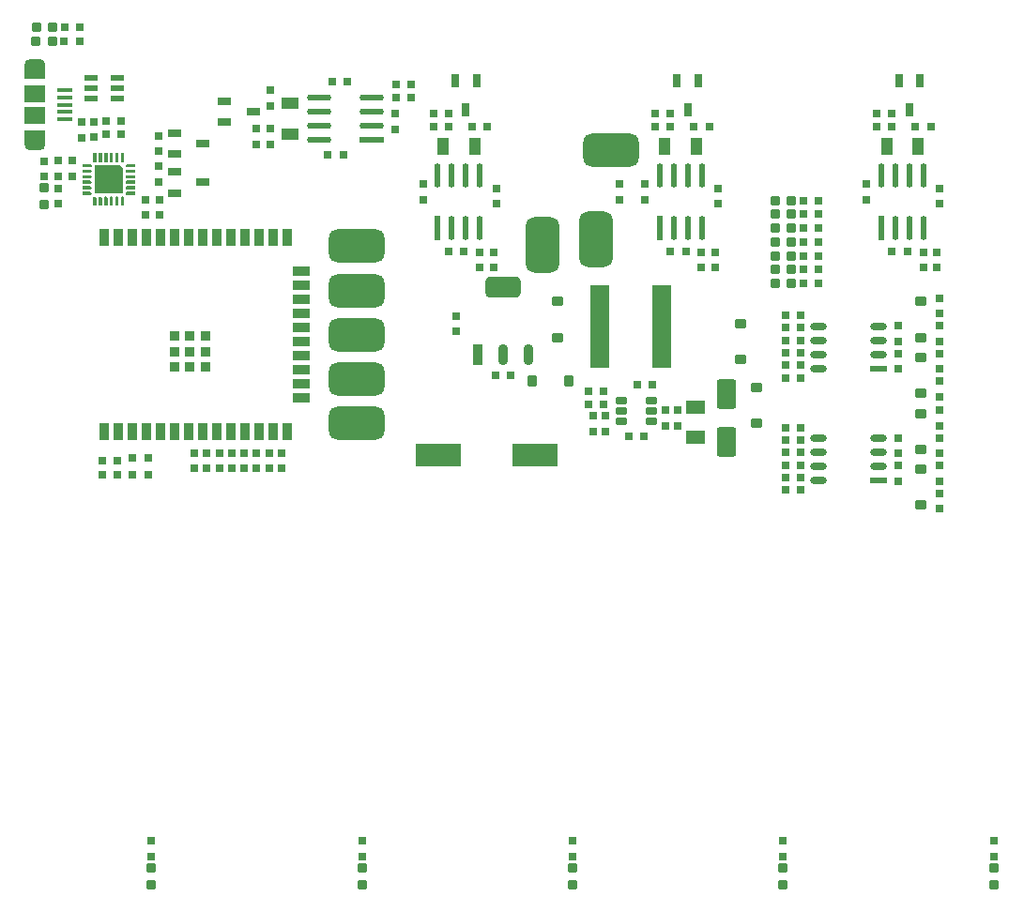
<source format=gbr>
%TF.GenerationSoftware,Altium Limited,Altium Designer,25.8.1 (18)*%
G04 Layer_Color=8421504*
%FSLAX45Y45*%
%MOMM*%
%TF.SameCoordinates,5F8AD7AF-A6C7-491F-921A-1EE88451CE46*%
%TF.FilePolarity,Positive*%
%TF.FileFunction,Paste,Top*%
%TF.Part,Single*%
G01*
G75*
%TA.AperFunction,Conductor*%
%ADD10C,0.50000*%
%TA.AperFunction,SMDPad,CuDef*%
%ADD11R,1.80000X7.50000*%
G04:AMPARAMS|DCode=12|XSize=0.8mm|YSize=0.8mm|CornerRadius=0.1mm|HoleSize=0mm|Usage=FLASHONLY|Rotation=270.000|XOffset=0mm|YOffset=0mm|HoleType=Round|Shape=RoundedRectangle|*
%AMROUNDEDRECTD12*
21,1,0.80000,0.60000,0,0,270.0*
21,1,0.60000,0.80000,0,0,270.0*
1,1,0.20000,-0.30000,-0.30000*
1,1,0.20000,-0.30000,0.30000*
1,1,0.20000,0.30000,0.30000*
1,1,0.20000,0.30000,-0.30000*
%
%ADD12ROUNDEDRECTD12*%
G04:AMPARAMS|DCode=13|XSize=0.76mm|YSize=0.6604mm|CornerRadius=0.08255mm|HoleSize=0mm|Usage=FLASHONLY|Rotation=0.000|XOffset=0mm|YOffset=0mm|HoleType=Round|Shape=RoundedRectangle|*
%AMROUNDEDRECTD13*
21,1,0.76000,0.49530,0,0,0.0*
21,1,0.59490,0.66040,0,0,0.0*
1,1,0.16510,0.29745,-0.24765*
1,1,0.16510,-0.29745,-0.24765*
1,1,0.16510,-0.29745,0.24765*
1,1,0.16510,0.29745,0.24765*
%
%ADD13ROUNDEDRECTD13*%
%ADD14R,0.90000X1.50000*%
%TA.AperFunction,BGAPad,CuDef*%
%ADD15R,0.90000X0.90000*%
%TA.AperFunction,SMDPad,CuDef*%
%ADD16R,1.50000X0.90000*%
G04:AMPARAMS|DCode=17|XSize=0.76mm|YSize=0.6604mm|CornerRadius=0.08255mm|HoleSize=0mm|Usage=FLASHONLY|Rotation=90.000|XOffset=0mm|YOffset=0mm|HoleType=Round|Shape=RoundedRectangle|*
%AMROUNDEDRECTD17*
21,1,0.76000,0.49530,0,0,90.0*
21,1,0.59490,0.66040,0,0,90.0*
1,1,0.16510,0.24765,0.29745*
1,1,0.16510,0.24765,-0.29745*
1,1,0.16510,-0.24765,-0.29745*
1,1,0.16510,-0.24765,0.29745*
%
%ADD17ROUNDEDRECTD17*%
%ADD18R,1.20000X0.70000*%
%TA.AperFunction,BGAPad,CuDef*%
%ADD19C,0.27000*%
%TA.AperFunction,SMDPad,CuDef*%
G04:AMPARAMS|DCode=20|XSize=3mm|YSize=5mm|CornerRadius=0.75mm|HoleSize=0mm|Usage=FLASHONLY|Rotation=180.000|XOffset=0mm|YOffset=0mm|HoleType=Round|Shape=RoundedRectangle|*
%AMROUNDEDRECTD20*
21,1,3.00000,3.50000,0,0,180.0*
21,1,1.50000,5.00000,0,0,180.0*
1,1,1.50000,-0.75000,1.75000*
1,1,1.50000,0.75000,1.75000*
1,1,1.50000,0.75000,-1.75000*
1,1,1.50000,-0.75000,-1.75000*
%
%ADD20ROUNDEDRECTD20*%
G04:AMPARAMS|DCode=21|XSize=3mm|YSize=5mm|CornerRadius=0.75mm|HoleSize=0mm|Usage=FLASHONLY|Rotation=90.000|XOffset=0mm|YOffset=0mm|HoleType=Round|Shape=RoundedRectangle|*
%AMROUNDEDRECTD21*
21,1,3.00000,3.50000,0,0,90.0*
21,1,1.50000,5.00000,0,0,90.0*
1,1,1.50000,1.75000,0.75000*
1,1,1.50000,1.75000,-0.75000*
1,1,1.50000,-1.75000,-0.75000*
1,1,1.50000,-1.75000,0.75000*
%
%ADD21ROUNDEDRECTD21*%
G04:AMPARAMS|DCode=22|XSize=0.8mm|YSize=0.8mm|CornerRadius=0.1mm|HoleSize=0mm|Usage=FLASHONLY|Rotation=180.000|XOffset=0mm|YOffset=0mm|HoleType=Round|Shape=RoundedRectangle|*
%AMROUNDEDRECTD22*
21,1,0.80000,0.60000,0,0,180.0*
21,1,0.60000,0.80000,0,0,180.0*
1,1,0.20000,-0.30000,0.30000*
1,1,0.20000,0.30000,0.30000*
1,1,0.20000,0.30000,-0.30000*
1,1,0.20000,-0.30000,-0.30000*
%
%ADD22ROUNDEDRECTD22*%
%ADD23R,4.10000X2.00000*%
G04:AMPARAMS|DCode=24|XSize=0.8mm|YSize=1mm|CornerRadius=0.1mm|HoleSize=0mm|Usage=FLASHONLY|Rotation=90.000|XOffset=0mm|YOffset=0mm|HoleType=Round|Shape=RoundedRectangle|*
%AMROUNDEDRECTD24*
21,1,0.80000,0.80000,0,0,90.0*
21,1,0.60000,1.00000,0,0,90.0*
1,1,0.20000,0.40000,0.30000*
1,1,0.20000,0.40000,-0.30000*
1,1,0.20000,-0.40000,-0.30000*
1,1,0.20000,-0.40000,0.30000*
%
%ADD24ROUNDEDRECTD24*%
G04:AMPARAMS|DCode=25|XSize=2.16916mm|YSize=0.58213mm|CornerRadius=0.29107mm|HoleSize=0mm|Usage=FLASHONLY|Rotation=90.000|XOffset=0mm|YOffset=0mm|HoleType=Round|Shape=RoundedRectangle|*
%AMROUNDEDRECTD25*
21,1,2.16916,0.00000,0,0,90.0*
21,1,1.58703,0.58213,0,0,90.0*
1,1,0.58213,0.00000,0.79351*
1,1,0.58213,0.00000,-0.79351*
1,1,0.58213,0.00000,-0.79351*
1,1,0.58213,0.00000,0.79351*
%
%ADD25ROUNDEDRECTD25*%
G04:AMPARAMS|DCode=26|XSize=2.16916mm|YSize=0.58213mm|CornerRadius=0.29107mm|HoleSize=0mm|Usage=FLASHONLY|Rotation=180.000|XOffset=0mm|YOffset=0mm|HoleType=Round|Shape=RoundedRectangle|*
%AMROUNDEDRECTD26*
21,1,2.16916,0.00000,0,0,180.0*
21,1,1.58703,0.58213,0,0,180.0*
1,1,0.58213,-0.79351,0.00000*
1,1,0.58213,0.79351,0.00000*
1,1,0.58213,0.79351,0.00000*
1,1,0.58213,-0.79351,0.00000*
%
%ADD26ROUNDEDRECTD26*%
G04:AMPARAMS|DCode=27|XSize=0.8mm|YSize=1mm|CornerRadius=0.1mm|HoleSize=0mm|Usage=FLASHONLY|Rotation=180.000|XOffset=0mm|YOffset=0mm|HoleType=Round|Shape=RoundedRectangle|*
%AMROUNDEDRECTD27*
21,1,0.80000,0.80000,0,0,180.0*
21,1,0.60000,1.00000,0,0,180.0*
1,1,0.20000,-0.30000,0.40000*
1,1,0.20000,0.30000,0.40000*
1,1,0.20000,0.30000,-0.40000*
1,1,0.20000,-0.30000,-0.40000*
%
%ADD27ROUNDEDRECTD27*%
G04:AMPARAMS|DCode=28|XSize=1.51466mm|YSize=0.59981mm|CornerRadius=0.2999mm|HoleSize=0mm|Usage=FLASHONLY|Rotation=180.000|XOffset=0mm|YOffset=0mm|HoleType=Round|Shape=RoundedRectangle|*
%AMROUNDEDRECTD28*
21,1,1.51466,0.00000,0,0,180.0*
21,1,0.91485,0.59981,0,0,180.0*
1,1,0.59981,-0.45743,0.00000*
1,1,0.59981,0.45743,0.00000*
1,1,0.59981,0.45743,0.00000*
1,1,0.59981,-0.45743,0.00000*
%
%ADD28ROUNDEDRECTD28*%
G04:AMPARAMS|DCode=29|XSize=1.90415mm|YSize=3.21981mm|CornerRadius=0.457mm|HoleSize=0mm|Usage=FLASHONLY|Rotation=90.000|XOffset=0mm|YOffset=0mm|HoleType=Round|Shape=RoundedRectangle|*
%AMROUNDEDRECTD29*
21,1,1.90415,2.30581,0,0,90.0*
21,1,0.99016,3.21981,0,0,90.0*
1,1,0.91399,1.15291,0.49508*
1,1,0.91399,1.15291,-0.49508*
1,1,0.91399,-1.15291,-0.49508*
1,1,0.91399,-1.15291,0.49508*
%
%ADD29ROUNDEDRECTD29*%
G04:AMPARAMS|DCode=30|XSize=1.90415mm|YSize=0.91981mm|CornerRadius=0.4599mm|HoleSize=0mm|Usage=FLASHONLY|Rotation=90.000|XOffset=0mm|YOffset=0mm|HoleType=Round|Shape=RoundedRectangle|*
%AMROUNDEDRECTD30*
21,1,1.90415,0.00000,0,0,90.0*
21,1,0.98435,0.91981,0,0,90.0*
1,1,0.91981,0.00000,0.49217*
1,1,0.91981,0.00000,-0.49217*
1,1,0.91981,0.00000,-0.49217*
1,1,0.91981,0.00000,0.49217*
%
%ADD30ROUNDEDRECTD30*%
%ADD31R,0.58213X2.16916*%
%ADD32R,1.10000X1.65000*%
%ADD33R,0.70000X1.20000*%
%ADD34R,0.91981X1.90415*%
%ADD35R,1.20000X0.60000*%
%TA.AperFunction,ConnectorPad*%
%ADD36R,1.35000X0.40000*%
%TA.AperFunction,SMDPad,CuDef*%
%ADD37R,1.75822X1.30550*%
G04:AMPARAMS|DCode=38|XSize=0.6mm|YSize=1mm|CornerRadius=0.051mm|HoleSize=0mm|Usage=FLASHONLY|Rotation=90.000|XOffset=0mm|YOffset=0mm|HoleType=Round|Shape=RoundedRectangle|*
%AMROUNDEDRECTD38*
21,1,0.60000,0.89800,0,0,90.0*
21,1,0.49800,1.00000,0,0,90.0*
1,1,0.10200,0.44900,0.24900*
1,1,0.10200,0.44900,-0.24900*
1,1,0.10200,-0.44900,-0.24900*
1,1,0.10200,-0.44900,0.24900*
%
%ADD38ROUNDEDRECTD38*%
G04:AMPARAMS|DCode=39|XSize=2.65mm|YSize=1.75mm|CornerRadius=0.21875mm|HoleSize=0mm|Usage=FLASHONLY|Rotation=270.000|XOffset=0mm|YOffset=0mm|HoleType=Round|Shape=RoundedRectangle|*
%AMROUNDEDRECTD39*
21,1,2.65000,1.31250,0,0,270.0*
21,1,2.21250,1.75000,0,0,270.0*
1,1,0.43750,-0.65625,-1.10625*
1,1,0.43750,-0.65625,1.10625*
1,1,0.43750,0.65625,1.10625*
1,1,0.43750,0.65625,-1.10625*
%
%ADD39ROUNDEDRECTD39*%
%TA.AperFunction,ConnectorPad*%
%ADD40R,1.90000X1.50000*%
%TA.AperFunction,SMDPad,CuDef*%
%ADD41C,2.29500*%
%ADD42R,1.65000X1.10000*%
%ADD43R,2.16916X0.58213*%
%ADD44R,1.51466X0.59981*%
G36*
X194999Y7823992D02*
X104997D01*
Y7873989D01*
X194999Y7873992D01*
Y7823992D01*
D02*
G37*
G36*
X245000Y7693991D02*
X54999D01*
Y7823991D01*
X245000D01*
Y7693991D01*
D02*
G37*
G36*
Y7103991D02*
X54999D01*
Y7233991D01*
X245000D01*
Y7103991D01*
D02*
G37*
G36*
X195002Y7053994D02*
X105000Y7053991D01*
Y7103991D01*
X195002D01*
Y7053994D01*
D02*
G37*
G36*
X954999Y6956492D02*
Y6953508D01*
X952716Y6947995D01*
X948496Y6943775D01*
X942983Y6941492D01*
X937016D01*
X931503Y6943775D01*
X927283Y6947995D01*
X924999Y6953508D01*
Y6956492D01*
Y7026491D01*
X954999D01*
Y6956492D01*
D02*
G37*
G36*
X904999D02*
Y6953508D01*
X902716Y6947995D01*
X898496Y6943775D01*
X892983Y6941492D01*
X887016D01*
X881503Y6943775D01*
X877283Y6947995D01*
X875000Y6953508D01*
Y6956492D01*
X874999D01*
Y7026491D01*
X904999D01*
Y6956492D01*
D02*
G37*
G36*
X854999D02*
Y6953508D01*
X852716Y6947995D01*
X848496Y6943775D01*
X842983Y6941492D01*
X837016D01*
X831503Y6943775D01*
X827283Y6947995D01*
X824999Y6953508D01*
Y6956492D01*
Y7026491D01*
X854999D01*
Y6956492D01*
D02*
G37*
G36*
X804999D02*
Y6953508D01*
X802716Y6947995D01*
X798496Y6943775D01*
X792983Y6941492D01*
X787016D01*
X781503Y6943775D01*
X777283Y6947995D01*
X774999Y6953508D01*
Y6956492D01*
Y7026491D01*
X804999D01*
Y6956492D01*
D02*
G37*
G36*
X754999D02*
Y6953508D01*
X752716Y6947995D01*
X748496Y6943775D01*
X742983Y6941492D01*
X737016D01*
X731502Y6943775D01*
X727283Y6947995D01*
X724999Y6953508D01*
Y6956492D01*
Y7026491D01*
X755000D01*
X754999Y6956492D01*
D02*
G37*
G36*
X704999D02*
Y6953508D01*
X702716Y6947995D01*
X698496Y6943775D01*
X692983Y6941492D01*
X687016D01*
X681503Y6943775D01*
X677283Y6947995D01*
X674999Y6953508D01*
Y6956492D01*
Y7026491D01*
X704999D01*
Y6956492D01*
D02*
G37*
G36*
X1052499Y6898992D02*
X979516D01*
X974003Y6901275D01*
X969783Y6905495D01*
X967499Y6911008D01*
Y6913992D01*
Y6916975D01*
X969783Y6922488D01*
X974003Y6926708D01*
X979516Y6928991D01*
X1052499D01*
Y6898992D01*
D02*
G37*
G36*
X655996Y6926708D02*
X660216Y6922488D01*
X662499Y6916975D01*
Y6913992D01*
Y6911008D01*
X660216Y6905495D01*
X655996Y6901275D01*
X650483Y6898992D01*
X577499D01*
Y6928991D01*
X650483D01*
X655996Y6926708D01*
D02*
G37*
G36*
X1052499Y6848991D02*
X982499Y6848992D01*
X979516D01*
X974003Y6851275D01*
X969783Y6855495D01*
X967499Y6861008D01*
Y6863992D01*
Y6866975D01*
X969783Y6872488D01*
X974003Y6876708D01*
X979516Y6878992D01*
X1052499D01*
Y6848991D01*
D02*
G37*
G36*
X655996Y6876708D02*
X660216Y6872488D01*
X662499Y6866975D01*
Y6863992D01*
Y6861008D01*
X660216Y6855495D01*
X655996Y6851275D01*
X650483Y6848992D01*
X647499D01*
Y6848991D01*
X577499D01*
Y6878992D01*
X650483D01*
X655996Y6876708D01*
D02*
G37*
G36*
X1052499Y6798991D02*
X979516D01*
X974003Y6801275D01*
X969783Y6805495D01*
X967499Y6811008D01*
Y6813991D01*
Y6816975D01*
X969783Y6822488D01*
X974003Y6826708D01*
X979516Y6828991D01*
X1052499D01*
Y6798991D01*
D02*
G37*
G36*
X655996Y6826708D02*
X660216Y6822488D01*
X662499Y6816975D01*
Y6813991D01*
Y6811008D01*
X660216Y6805495D01*
X655996Y6801275D01*
X650483Y6798991D01*
X577499D01*
Y6828991D01*
X650483D01*
X655996Y6826708D01*
D02*
G37*
G36*
X1052499Y6748992D02*
X979516D01*
X974003Y6751275D01*
X969783Y6755495D01*
X967499Y6761008D01*
Y6763992D01*
Y6766975D01*
X969783Y6772488D01*
X974003Y6776708D01*
X979516Y6778992D01*
X1052499D01*
Y6748992D01*
D02*
G37*
G36*
X655996Y6776708D02*
X660216Y6772488D01*
X662499Y6766975D01*
Y6763992D01*
Y6761008D01*
X660216Y6755495D01*
X655996Y6751275D01*
X650483Y6748992D01*
X577499D01*
Y6778992D01*
X650483D01*
X655996Y6776708D01*
D02*
G37*
G36*
X1052499Y6698991D02*
X979516D01*
X974003Y6701275D01*
X969783Y6705495D01*
X967499Y6711008D01*
Y6713991D01*
Y6716975D01*
X969783Y6722488D01*
X974003Y6726708D01*
X979516Y6728991D01*
X982499D01*
Y6728992D01*
X1052499D01*
Y6698991D01*
D02*
G37*
G36*
X647499Y6728991D02*
X650483D01*
X655996Y6726708D01*
X660216Y6722488D01*
X662499Y6716975D01*
Y6713991D01*
Y6711008D01*
X660216Y6705495D01*
X655996Y6701275D01*
X650483Y6698991D01*
X577499D01*
Y6728992D01*
X647499Y6728991D01*
D02*
G37*
G36*
X942500Y6891491D02*
Y6661491D01*
X687499D01*
Y6916492D01*
X917499D01*
X942500Y6891491D01*
D02*
G37*
G36*
X1052499Y6648992D02*
X979516D01*
X974003Y6651275D01*
X969783Y6655495D01*
X967499Y6661008D01*
Y6663991D01*
Y6666975D01*
X969783Y6672488D01*
X974003Y6676708D01*
X979516Y6678991D01*
X1052499D01*
Y6648992D01*
D02*
G37*
G36*
X655996Y6676708D02*
X660216Y6672488D01*
X662499Y6666975D01*
Y6663991D01*
Y6661008D01*
X660216Y6655495D01*
X655996Y6651275D01*
X650483Y6648992D01*
X577499D01*
Y6678991D01*
X650483D01*
X655996Y6676708D01*
D02*
G37*
G36*
X948496Y6634208D02*
X952716Y6629988D01*
X954999Y6624475D01*
Y6621491D01*
Y6551492D01*
X924999D01*
Y6621491D01*
Y6624475D01*
X927283Y6629988D01*
X931503Y6634208D01*
X937016Y6636491D01*
X942983D01*
X948496Y6634208D01*
D02*
G37*
G36*
X898496D02*
X902716Y6629988D01*
X904999Y6624475D01*
Y6621491D01*
Y6551492D01*
X874999D01*
X875000Y6621491D01*
Y6624475D01*
X877283Y6629988D01*
X881503Y6634208D01*
X887016Y6636491D01*
X892983D01*
X898496Y6634208D01*
D02*
G37*
G36*
X848496D02*
X852716Y6629988D01*
X854999Y6624475D01*
Y6621491D01*
Y6551492D01*
X824999D01*
Y6621491D01*
Y6624475D01*
X827283Y6629988D01*
X831503Y6634208D01*
X837016Y6636491D01*
X842983D01*
X848496Y6634208D01*
D02*
G37*
G36*
X798496D02*
X802716Y6629988D01*
X804999Y6624475D01*
Y6621491D01*
Y6551492D01*
X774999D01*
Y6621491D01*
Y6624475D01*
X777283Y6629988D01*
X781503Y6634208D01*
X787016Y6636491D01*
X792983D01*
X798496Y6634208D01*
D02*
G37*
G36*
X748496D02*
X752716Y6629988D01*
X754999Y6624475D01*
Y6621491D01*
X755000D01*
Y6551492D01*
X724999D01*
Y6621491D01*
Y6624475D01*
X727283Y6629988D01*
X731502Y6634208D01*
X737016Y6636491D01*
X742983D01*
X748496Y6634208D01*
D02*
G37*
G36*
X698496D02*
X702716Y6629988D01*
X704999Y6624475D01*
Y6621491D01*
Y6551492D01*
X674999D01*
Y6621491D01*
Y6624475D01*
X677283Y6629988D01*
X681503Y6634208D01*
X687016Y6636491D01*
X692983D01*
X698496Y6634208D01*
D02*
G37*
D10*
X219999Y7823991D02*
G03*
X219999Y7823991I-25000J0D01*
G01*
X129999D02*
G03*
X129999Y7823991I-25000J0D01*
G01*
X129999Y7103991D02*
G03*
X129999Y7103991I-25000J0D01*
G01*
X220000D02*
G03*
X220000Y7103991I-25000J0D01*
G01*
D11*
X5805000Y5462500D02*
D03*
X5245000D02*
D03*
D12*
X8799850Y575000D02*
D03*
Y425000D02*
D03*
X6899900Y575000D02*
D03*
Y425000D02*
D03*
X1200000D02*
D03*
Y575000D02*
D03*
X3100100Y425000D02*
D03*
X235000Y6563992D02*
D03*
X5000000Y425000D02*
D03*
X235000Y6713992D02*
D03*
X5000000Y575000D02*
D03*
X3100100D02*
D03*
D13*
X1925000Y4180000D02*
D03*
X3100100Y820000D02*
D03*
X7937500Y4207500D02*
D03*
Y4067500D02*
D03*
Y4317500D02*
D03*
Y4457500D02*
D03*
Y5330000D02*
D03*
Y5470000D02*
D03*
Y5080000D02*
D03*
Y5220000D02*
D03*
X1700000Y4180000D02*
D03*
Y4320000D02*
D03*
X1925000Y4320000D02*
D03*
X1587499Y4320000D02*
D03*
Y4180000D02*
D03*
X1812500Y4180000D02*
D03*
Y4320000D02*
D03*
X2150000Y4180000D02*
D03*
Y4320000D02*
D03*
X2037499D02*
D03*
Y4180000D02*
D03*
X2262500Y4320000D02*
D03*
Y4180000D02*
D03*
X2375000Y4320000D02*
D03*
Y4180000D02*
D03*
X5000000Y820000D02*
D03*
X8799850D02*
D03*
X6899900D02*
D03*
X1200000Y680000D02*
D03*
Y820000D02*
D03*
X1262499Y6907500D02*
D03*
X1262499Y7182500D02*
D03*
X5187500Y4657500D02*
D03*
X4312460Y6567545D02*
D03*
X3399950Y7242525D02*
D03*
X8312500Y6567500D02*
D03*
X6312500Y6567500D02*
D03*
X5650000Y6745000D02*
D03*
X3649959D02*
D03*
X7650000D02*
D03*
X5425000D02*
D03*
X3950000Y5557500D02*
D03*
X5000000Y680000D02*
D03*
X5425000Y6605000D02*
D03*
X3950000Y5417500D02*
D03*
X685000Y7168992D02*
D03*
X570001Y7166492D02*
D03*
X359999Y6958992D02*
D03*
X235000Y6953992D02*
D03*
X7650000Y6605000D02*
D03*
X8287500Y6132501D02*
D03*
X6287500Y6132500D02*
D03*
X5950000Y4567500D02*
D03*
X5650000Y6605000D02*
D03*
X4287460Y6132545D02*
D03*
X5300000Y4657500D02*
D03*
X2274951Y7455025D02*
D03*
X2149951Y7245025D02*
D03*
X3649959Y6605000D02*
D03*
X2274951Y7245025D02*
D03*
X685000Y7308992D02*
D03*
X570001Y7306492D02*
D03*
X359999Y6568992D02*
D03*
X5950000Y4707500D02*
D03*
X5837500D02*
D03*
X2274951Y7105025D02*
D03*
Y7595025D02*
D03*
X6162499Y6132500D02*
D03*
Y5992500D02*
D03*
X6287500D02*
D03*
X6312500Y6707500D02*
D03*
X8162500Y5992500D02*
D03*
Y6132501D02*
D03*
X8287500Y5992500D02*
D03*
X8312500Y6707501D02*
D03*
X359999Y6708992D02*
D03*
Y6818992D02*
D03*
X485000Y6958992D02*
D03*
Y6818992D02*
D03*
X1149999Y6607500D02*
D03*
Y6467499D02*
D03*
X1274999Y6607500D02*
D03*
Y6467499D02*
D03*
X1262499Y6767500D02*
D03*
X1262499Y7042500D02*
D03*
X2149951Y7105025D02*
D03*
X3399950Y7382525D02*
D03*
X4162459Y6132545D02*
D03*
Y5992545D02*
D03*
X4287460D02*
D03*
X4312460Y6707545D02*
D03*
X5187500Y4517500D02*
D03*
X5300000D02*
D03*
X5837500Y4567500D02*
D03*
X235000Y6813992D02*
D03*
X3100100Y680000D02*
D03*
X8799850D02*
D03*
X8312500Y3817500D02*
D03*
Y3957500D02*
D03*
Y4067500D02*
D03*
Y4207500D02*
D03*
Y4457500D02*
D03*
Y4317500D02*
D03*
Y4707500D02*
D03*
Y4567500D02*
D03*
Y4970000D02*
D03*
Y4830000D02*
D03*
Y5220000D02*
D03*
Y5080000D02*
D03*
Y5470000D02*
D03*
Y5330000D02*
D03*
Y5720000D02*
D03*
Y5580000D02*
D03*
X6899900Y680000D02*
D03*
D14*
X1916999Y4512499D02*
D03*
X1789999D02*
D03*
X2170999D02*
D03*
X2043999D02*
D03*
X773999D02*
D03*
Y6262500D02*
D03*
X2170999D02*
D03*
X1662999D02*
D03*
X1789999D02*
D03*
X1154999Y4512499D02*
D03*
X1281999D02*
D03*
X1408999D02*
D03*
X1535999D02*
D03*
X2297999D02*
D03*
X2424999D02*
D03*
Y6262500D02*
D03*
X2297999D02*
D03*
X2043999D02*
D03*
X1916999D02*
D03*
X1535999D02*
D03*
X1281999D02*
D03*
X1154999D02*
D03*
X900999Y4512499D02*
D03*
X1408999Y6262500D02*
D03*
X1662999Y4512499D02*
D03*
X900999Y6262500D02*
D03*
X1027999D02*
D03*
Y4512499D02*
D03*
D15*
X1405999Y5097500D02*
D03*
X1545999Y5237500D02*
D03*
Y5097500D02*
D03*
X1405999Y5237500D02*
D03*
Y5377500D02*
D03*
X1545999D02*
D03*
X1685999Y5097500D02*
D03*
Y5377500D02*
D03*
Y5237500D02*
D03*
D16*
X2549999Y4816500D02*
D03*
Y4943500D02*
D03*
Y5070500D02*
D03*
Y5197500D02*
D03*
Y5324500D02*
D03*
Y5451500D02*
D03*
Y5578500D02*
D03*
Y5705500D02*
D03*
Y5832500D02*
D03*
Y5959500D02*
D03*
D17*
X5880000Y6137500D02*
D03*
X6020000D02*
D03*
X1030000Y4275000D02*
D03*
X1170000Y4125000D02*
D03*
X7220000Y6475000D02*
D03*
X7080000D02*
D03*
X7220000Y6350000D02*
D03*
X7080000D02*
D03*
X7220000Y6600000D02*
D03*
X7080000D02*
D03*
X7220000Y6225000D02*
D03*
X7080000D02*
D03*
X6917499Y4325000D02*
D03*
Y4437500D02*
D03*
Y4550000D02*
D03*
Y5000000D02*
D03*
Y5112500D02*
D03*
Y5225000D02*
D03*
Y5337500D02*
D03*
Y5450000D02*
D03*
Y5562500D02*
D03*
Y4212500D02*
D03*
Y3987500D02*
D03*
Y4100000D02*
D03*
X7880000Y6137501D02*
D03*
X8020000D02*
D03*
X7080000Y5850000D02*
D03*
X7220000D02*
D03*
X7080000Y6100000D02*
D03*
X7220000D02*
D03*
Y5975000D02*
D03*
X7080000D02*
D03*
X5142500Y4875000D02*
D03*
Y4762500D02*
D03*
X3879959Y6137545D02*
D03*
X2969951Y7675025D02*
D03*
X2792450Y7012525D02*
D03*
X1029999Y4125000D02*
D03*
X895000Y4250000D02*
D03*
Y4125000D02*
D03*
X5742500Y7387500D02*
D03*
Y7262500D02*
D03*
X3544951Y7650025D02*
D03*
Y7525025D02*
D03*
X4445000Y5025000D02*
D03*
X4305000D02*
D03*
X8092500Y7262500D02*
D03*
X7882500D02*
D03*
Y7387500D02*
D03*
X7057500Y5112500D02*
D03*
Y5450000D02*
D03*
Y4550000D02*
D03*
Y5000000D02*
D03*
Y4437500D02*
D03*
Y5562500D02*
D03*
X6092500Y7262500D02*
D03*
X5882500Y7387500D02*
D03*
Y7262500D02*
D03*
X4092459Y7262545D02*
D03*
X5505000Y4475000D02*
D03*
X5282500Y4875000D02*
D03*
Y4762500D02*
D03*
X7057500Y4100000D02*
D03*
Y3987500D02*
D03*
X3404951Y7650025D02*
D03*
X3882460Y7387545D02*
D03*
Y7262545D02*
D03*
X2932451Y7012525D02*
D03*
X930000Y7318991D02*
D03*
X929999Y7193991D02*
D03*
X1170000Y4275000D02*
D03*
X755000Y4125000D02*
D03*
Y4250000D02*
D03*
X3742459Y7387545D02*
D03*
X7742500Y7262500D02*
D03*
X3742459Y7262545D02*
D03*
X4232460D02*
D03*
X7742500Y7387500D02*
D03*
X414999Y8038992D02*
D03*
X555000D02*
D03*
X2829950Y7675025D02*
D03*
X3404951Y7525025D02*
D03*
X4019959Y6137545D02*
D03*
X5645000Y4475000D02*
D03*
X7057500Y4212500D02*
D03*
Y4325000D02*
D03*
Y5225000D02*
D03*
Y5337500D02*
D03*
X417500Y8162500D02*
D03*
X557500D02*
D03*
X789999Y7193991D02*
D03*
X789999Y7318991D02*
D03*
X5720000Y4937500D02*
D03*
X5580000D02*
D03*
X6232500Y7262500D02*
D03*
X8232500Y7262500D02*
D03*
D18*
X1407499Y7017500D02*
D03*
X1667499Y7112500D02*
D03*
X1407499Y7207500D02*
D03*
X2117451Y7400025D02*
D03*
X1857451Y7305025D02*
D03*
Y7495025D02*
D03*
X1667499Y6762500D02*
D03*
X1407499Y6667500D02*
D03*
Y6857500D02*
D03*
D19*
X1010000Y6663991D02*
D03*
X619999Y6913992D02*
D03*
X889999Y6983992D02*
D03*
X939999D02*
D03*
X839999Y6985538D02*
D03*
X789999Y6983992D02*
D03*
X739999D02*
D03*
X689999Y7011491D02*
D03*
X619999Y6863992D02*
D03*
X618453Y6813991D02*
D03*
X619999Y6763992D02*
D03*
Y6713991D02*
D03*
X592499Y6663991D02*
D03*
X689999Y6593991D02*
D03*
X739999D02*
D03*
X789999Y6592445D02*
D03*
X839999Y6593991D02*
D03*
X889999D02*
D03*
X939999Y6592445D02*
D03*
X1010000Y6713991D02*
D03*
X1011546Y6763992D02*
D03*
X1010000Y6813991D02*
D03*
Y6863992D02*
D03*
X1011546Y6913992D02*
D03*
D20*
X4725000Y6200000D02*
D03*
X5212500Y6250000D02*
D03*
D21*
X5350000Y7050000D02*
D03*
X3050000Y6187499D02*
D03*
Y5387500D02*
D03*
Y4587500D02*
D03*
Y4987500D02*
D03*
Y5787499D02*
D03*
D22*
X6975000Y6475000D02*
D03*
X6825000D02*
D03*
X6975000Y6350000D02*
D03*
X6825000D02*
D03*
X6975000Y6225000D02*
D03*
X6825000D02*
D03*
X6975000Y6600000D02*
D03*
X6825000D02*
D03*
X6975000Y6100000D02*
D03*
X6825000D02*
D03*
X6975000Y5975000D02*
D03*
X6825000D02*
D03*
X6975000Y5850000D02*
D03*
X6825000D02*
D03*
X159999Y8038992D02*
D03*
X310000D02*
D03*
X162500Y8162500D02*
D03*
X312500D02*
D03*
D23*
X3790000Y4300000D02*
D03*
X4660000D02*
D03*
D24*
X6662500Y4588000D02*
D03*
X6512500Y5487000D02*
D03*
X4862500Y5363000D02*
D03*
Y5687000D02*
D03*
X6662500Y4912000D02*
D03*
X6512500Y5163000D02*
D03*
X8137500Y4174500D02*
D03*
Y3850500D02*
D03*
Y4350500D02*
D03*
Y4674500D02*
D03*
Y4863000D02*
D03*
Y5187000D02*
D03*
Y5363000D02*
D03*
Y5687000D02*
D03*
D25*
X7784500Y6823861D02*
D03*
X3784459Y6823905D02*
D03*
X5784500Y6823860D02*
D03*
X5911500Y6351140D02*
D03*
X6038500D02*
D03*
X6165500D02*
D03*
X6038500Y6823860D02*
D03*
X5911500D02*
D03*
X6165500D02*
D03*
X8165500Y6823861D02*
D03*
X4165459Y6823905D02*
D03*
X3911459D02*
D03*
X4038459D02*
D03*
X4165459Y6351185D02*
D03*
X4038459D02*
D03*
X3911459D02*
D03*
X7911500Y6823861D02*
D03*
X8038500D02*
D03*
X8165500Y6351141D02*
D03*
X8038500D02*
D03*
X7911500D02*
D03*
D26*
X2713590Y7147025D02*
D03*
Y7528025D02*
D03*
X3186310Y7274025D02*
D03*
Y7401025D02*
D03*
X2713590D02*
D03*
Y7274025D02*
D03*
X3186310Y7528025D02*
D03*
D27*
X4962000Y4975000D02*
D03*
X4638000D02*
D03*
D28*
X7218484Y5338500D02*
D03*
Y5084500D02*
D03*
Y4072000D02*
D03*
Y4326000D02*
D03*
X7756516D02*
D03*
Y5338500D02*
D03*
X7218484Y4199000D02*
D03*
Y4453000D02*
D03*
Y5211500D02*
D03*
Y5465500D02*
D03*
X7756516D02*
D03*
Y5211500D02*
D03*
Y4199000D02*
D03*
Y4453000D02*
D03*
D29*
X4375000Y5817500D02*
D03*
D30*
Y5207500D02*
D03*
X4605000D02*
D03*
D31*
X5784500Y6351140D02*
D03*
X3784459Y6351185D02*
D03*
X7784500Y6351141D02*
D03*
D32*
X5832500Y7087500D02*
D03*
X6117500D02*
D03*
X7832500Y7087500D02*
D03*
X8117500D02*
D03*
X3832459Y7087545D02*
D03*
X4117459D02*
D03*
D33*
X5942500Y7680000D02*
D03*
X8037500Y7420000D02*
D03*
X6037500Y7420000D02*
D03*
X4037460Y7420045D02*
D03*
X6132500Y7680000D02*
D03*
X7942500Y7680000D02*
D03*
X8132500D02*
D03*
X3942460Y7680045D02*
D03*
X4132460D02*
D03*
D34*
X4145000Y5207500D02*
D03*
D35*
X659999Y7612500D02*
D03*
X889999D02*
D03*
X659999Y7517500D02*
D03*
Y7707499D02*
D03*
X889999D02*
D03*
Y7517500D02*
D03*
D36*
X419999Y7593991D02*
D03*
Y7333991D02*
D03*
Y7528991D02*
D03*
Y7463991D02*
D03*
Y7398991D02*
D03*
D37*
X6112500Y4462364D02*
D03*
Y4737636D02*
D03*
D38*
X5437500Y4700000D02*
D03*
X5712500D02*
D03*
X5437500Y4795000D02*
D03*
Y4605000D02*
D03*
X5712500D02*
D03*
Y4795000D02*
D03*
D39*
X6387500Y4422500D02*
D03*
Y4852500D02*
D03*
D40*
X149999Y7363991D02*
D03*
Y7563991D02*
D03*
D41*
X814999Y6788992D02*
D03*
D42*
X2449951Y7195025D02*
D03*
Y7480025D02*
D03*
D43*
X3186310Y7147025D02*
D03*
D44*
X7756516Y4072000D02*
D03*
Y5084500D02*
D03*
%TF.MD5,206b4580c7c4f4bba45b6ab6403a433f*%
M02*

</source>
